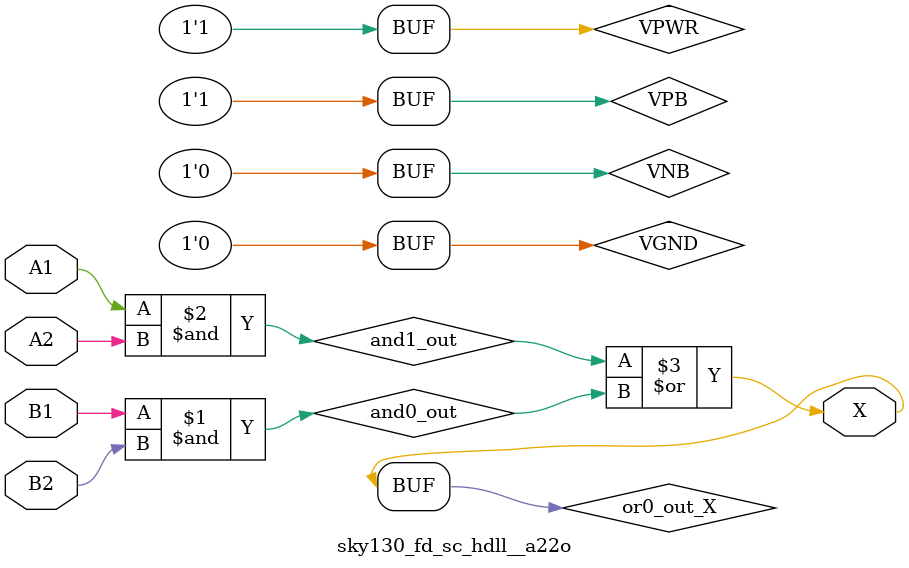
<source format=v>
/*
 * Copyright 2020 The SkyWater PDK Authors
 *
 * Licensed under the Apache License, Version 2.0 (the "License");
 * you may not use this file except in compliance with the License.
 * You may obtain a copy of the License at
 *
 *     https://www.apache.org/licenses/LICENSE-2.0
 *
 * Unless required by applicable law or agreed to in writing, software
 * distributed under the License is distributed on an "AS IS" BASIS,
 * WITHOUT WARRANTIES OR CONDITIONS OF ANY KIND, either express or implied.
 * See the License for the specific language governing permissions and
 * limitations under the License.
 *
 * SPDX-License-Identifier: Apache-2.0
*/


`ifndef SKY130_FD_SC_HDLL__A22O_TIMING_V
`define SKY130_FD_SC_HDLL__A22O_TIMING_V

/**
 * a22o: 2-input AND into both inputs of 2-input OR.
 *
 *       X = ((A1 & A2) | (B1 & B2))
 *
 * Verilog simulation timing model.
 */

`timescale 1ns / 1ps
`default_nettype none

`celldefine
module sky130_fd_sc_hdll__a22o (
    X ,
    A1,
    A2,
    B1,
    B2
);

    // Module ports
    output X ;
    input  A1;
    input  A2;
    input  B1;
    input  B2;

    // Module supplies
    supply1 VPWR;
    supply0 VGND;
    supply1 VPB ;
    supply0 VNB ;

    // Local signals
    wire and0_out ;
    wire and1_out ;
    wire or0_out_X;

    //  Name  Output     Other arguments
    and and0 (and0_out , B1, B2            );
    and and1 (and1_out , A1, A2            );
    or  or0  (or0_out_X, and1_out, and0_out);
    buf buf0 (X        , or0_out_X         );

endmodule
`endcelldefine

`default_nettype wire
`endif  // SKY130_FD_SC_HDLL__A22O_TIMING_V

</source>
